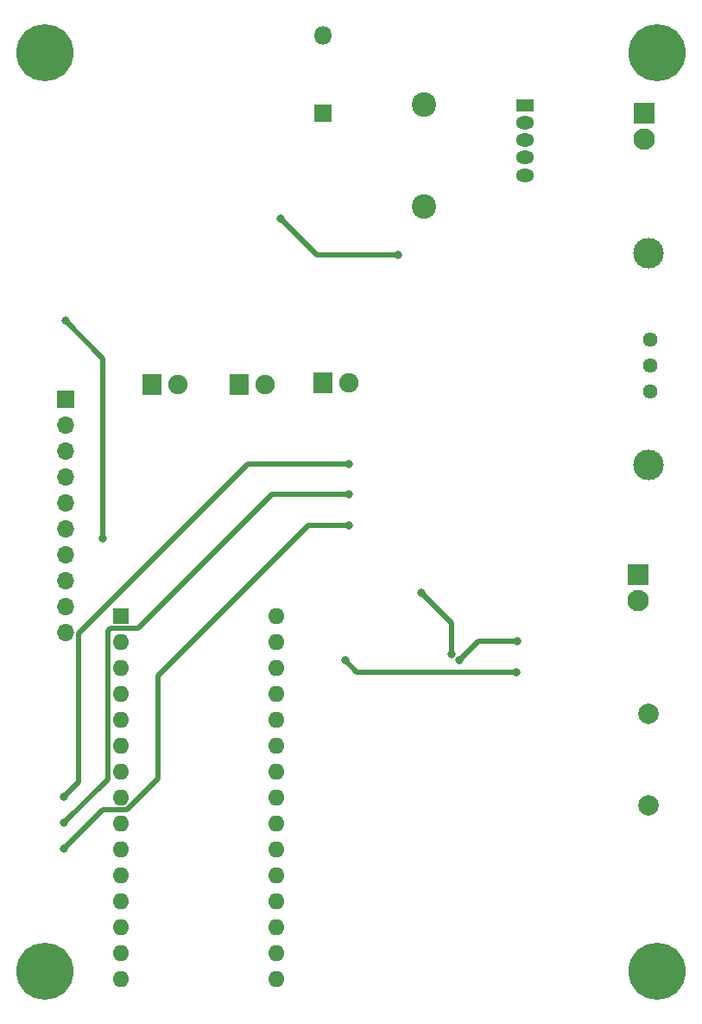
<source format=gbr>
%TF.GenerationSoftware,KiCad,Pcbnew,5.1.10-1.fc34*%
%TF.CreationDate,2021-06-08T11:44:03-04:00*%
%TF.ProjectId,BREAD_Slice,42524541-445f-4536-9c69-63652e6b6963,rev?*%
%TF.SameCoordinates,Original*%
%TF.FileFunction,Copper,L1,Top*%
%TF.FilePolarity,Positive*%
%FSLAX46Y46*%
G04 Gerber Fmt 4.6, Leading zero omitted, Abs format (unit mm)*
G04 Created by KiCad (PCBNEW 5.1.10-1.fc34) date 2021-06-08 11:44:03*
%MOMM*%
%LPD*%
G01*
G04 APERTURE LIST*
%TA.AperFunction,ComponentPad*%
%ADD10O,1.800000X1.275000*%
%TD*%
%TA.AperFunction,ComponentPad*%
%ADD11R,1.800000X1.275000*%
%TD*%
%TA.AperFunction,ComponentPad*%
%ADD12C,3.000000*%
%TD*%
%TA.AperFunction,ComponentPad*%
%ADD13C,2.000000*%
%TD*%
%TA.AperFunction,ComponentPad*%
%ADD14C,1.440000*%
%TD*%
%TA.AperFunction,ComponentPad*%
%ADD15C,2.400000*%
%TD*%
%TA.AperFunction,ComponentPad*%
%ADD16C,2.100000*%
%TD*%
%TA.AperFunction,ComponentPad*%
%ADD17R,2.100000X2.100000*%
%TD*%
%TA.AperFunction,ComponentPad*%
%ADD18O,1.800000X1.800000*%
%TD*%
%TA.AperFunction,ComponentPad*%
%ADD19R,1.800000X1.800000*%
%TD*%
%TA.AperFunction,ComponentPad*%
%ADD20C,1.900000*%
%TD*%
%TA.AperFunction,ComponentPad*%
%ADD21R,1.900000X2.000000*%
%TD*%
%TA.AperFunction,ComponentPad*%
%ADD22C,5.600000*%
%TD*%
%TA.AperFunction,ComponentPad*%
%ADD23R,1.600000X1.600000*%
%TD*%
%TA.AperFunction,ComponentPad*%
%ADD24O,1.600000X1.600000*%
%TD*%
%TA.AperFunction,ComponentPad*%
%ADD25R,1.700000X1.700000*%
%TD*%
%TA.AperFunction,ComponentPad*%
%ADD26O,1.700000X1.700000*%
%TD*%
%TA.AperFunction,ViaPad*%
%ADD27C,0.800000*%
%TD*%
%TA.AperFunction,Conductor*%
%ADD28C,0.500000*%
%TD*%
G04 APERTURE END LIST*
D10*
%TO.P,U1,5*%
%TO.N,GND*%
X174670000Y-56811000D03*
%TO.P,U1,4*%
%TO.N,Net-(R4-Pad1)*%
X174670000Y-55111000D03*
%TO.P,U1,3*%
%TO.N,GND*%
X174670000Y-53411000D03*
%TO.P,U1,2*%
%TO.N,Net-(D4-Pad1)*%
X174670000Y-51711000D03*
D11*
%TO.P,U1,1*%
%TO.N,Net-(C4-Pad1)*%
X174670000Y-50011000D03*
%TD*%
D12*
%TO.P,TP1,1*%
%TO.N,GND*%
X186735000Y-64489000D03*
%TD*%
%TO.P,TP2,1*%
%TO.N,Net-(RV1-Pad2)*%
X186735000Y-85253500D03*
%TD*%
D13*
%TO.P,TH1,2*%
%TO.N,Net-(R6-Pad2)*%
X186735000Y-109591000D03*
%TO.P,TH1,1*%
%TO.N,GND*%
X186735000Y-118591000D03*
%TD*%
D14*
%TO.P,RV1,3*%
%TO.N,GND*%
X186925500Y-72934500D03*
%TO.P,RV1,2*%
%TO.N,Net-(RV1-Pad2)*%
X186925500Y-75474500D03*
%TO.P,RV1,1*%
%TO.N,VCC*%
X186925500Y-78014500D03*
%TD*%
D15*
%TO.P,L1,2*%
%TO.N,Net-(D4-Pad1)*%
X164764000Y-49917000D03*
%TO.P,L1,1*%
%TO.N,VCC*%
X164764000Y-59917000D03*
%TD*%
D16*
%TO.P,J3,2*%
%TO.N,GND*%
X185719000Y-98525000D03*
D17*
%TO.P,J3,1*%
%TO.N,Net-(C6-Pad1)*%
X185719000Y-95985000D03*
%TD*%
D16*
%TO.P,J2,2*%
%TO.N,GND*%
X186354000Y-53313000D03*
D17*
%TO.P,J2,1*%
%TO.N,Net-(C4-Pad1)*%
X186354000Y-50773000D03*
%TD*%
D18*
%TO.P,D4,2*%
%TO.N,GND*%
X154858000Y-43153000D03*
D19*
%TO.P,D4,1*%
%TO.N,Net-(D4-Pad1)*%
X154858000Y-50773000D03*
%TD*%
D20*
%TO.P,D3,2*%
%TO.N,Net-(D3-Pad2)*%
X157398000Y-77189000D03*
D21*
%TO.P,D3,1*%
%TO.N,/PG*%
X154858000Y-77189000D03*
%TD*%
D20*
%TO.P,D2,2*%
%TO.N,Net-(D2-Pad2)*%
X149143000Y-77316000D03*
D21*
%TO.P,D2,1*%
%TO.N,/DONE*%
X146603000Y-77316000D03*
%TD*%
D20*
%TO.P,D1,2*%
%TO.N,Net-(D1-Pad2)*%
X140634000Y-77316000D03*
D21*
%TO.P,D1,1*%
%TO.N,/CHG*%
X138094000Y-77316000D03*
%TD*%
D22*
%TO.P,H4,1*%
%TO.N,N/C*%
X187600000Y-134800000D03*
%TD*%
%TO.P,H3,1*%
%TO.N,N/C*%
X127600000Y-134800000D03*
%TD*%
%TO.P,H2,1*%
%TO.N,N/C*%
X187600000Y-44800000D03*
%TD*%
%TO.P,H1,1*%
%TO.N,N/C*%
X127600000Y-44800000D03*
%TD*%
D23*
%TO.P,A1,1*%
%TO.N,Net-(A1-Pad1)*%
X135000000Y-100000000D03*
D24*
%TO.P,A1,17*%
%TO.N,Net-(A1-Pad17)*%
X150240000Y-133020000D03*
%TO.P,A1,2*%
%TO.N,Net-(A1-Pad2)*%
X135000000Y-102540000D03*
%TO.P,A1,18*%
%TO.N,Net-(A1-Pad18)*%
X150240000Y-130480000D03*
%TO.P,A1,3*%
%TO.N,Net-(A1-Pad3)*%
X135000000Y-105080000D03*
%TO.P,A1,19*%
%TO.N,Net-(A1-Pad19)*%
X150240000Y-127940000D03*
%TO.P,A1,4*%
%TO.N,GND*%
X135000000Y-107620000D03*
%TO.P,A1,20*%
%TO.N,Net-(A1-Pad20)*%
X150240000Y-125400000D03*
%TO.P,A1,5*%
%TO.N,/E_STOP*%
X135000000Y-110160000D03*
%TO.P,A1,21*%
%TO.N,Net-(A1-Pad21)*%
X150240000Y-122860000D03*
%TO.P,A1,6*%
%TO.N,/INT*%
X135000000Y-112700000D03*
%TO.P,A1,22*%
%TO.N,Net-(A1-Pad22)*%
X150240000Y-120320000D03*
%TO.P,A1,7*%
%TO.N,/SYNC*%
X135000000Y-115240000D03*
%TO.P,A1,23*%
%TO.N,/I2C_DAT*%
X150240000Y-117780000D03*
%TO.P,A1,8*%
%TO.N,/CHG*%
X135000000Y-117780000D03*
%TO.P,A1,24*%
%TO.N,/I2C_CLK*%
X150240000Y-115240000D03*
%TO.P,A1,9*%
%TO.N,/DONE*%
X135000000Y-120320000D03*
%TO.P,A1,25*%
%TO.N,Net-(A1-Pad25)*%
X150240000Y-112700000D03*
%TO.P,A1,10*%
%TO.N,/PG*%
X135000000Y-122860000D03*
%TO.P,A1,26*%
%TO.N,Net-(A1-Pad26)*%
X150240000Y-110160000D03*
%TO.P,A1,11*%
%TO.N,Net-(A1-Pad11)*%
X135000000Y-125400000D03*
%TO.P,A1,27*%
%TO.N,+5V*%
X150240000Y-107620000D03*
%TO.P,A1,12*%
%TO.N,Net-(A1-Pad12)*%
X135000000Y-127940000D03*
%TO.P,A1,28*%
%TO.N,Net-(A1-Pad28)*%
X150240000Y-105080000D03*
%TO.P,A1,13*%
%TO.N,Net-(A1-Pad13)*%
X135000000Y-130480000D03*
%TO.P,A1,29*%
%TO.N,GND*%
X150240000Y-102540000D03*
%TO.P,A1,14*%
%TO.N,Net-(A1-Pad14)*%
X135000000Y-133020000D03*
%TO.P,A1,30*%
%TO.N,/PWR*%
X150240000Y-100000000D03*
%TO.P,A1,15*%
%TO.N,Net-(A1-Pad15)*%
X135000000Y-135560000D03*
%TO.P,A1,16*%
%TO.N,Net-(A1-Pad16)*%
X150240000Y-135560000D03*
%TD*%
D25*
%TO.P,J1,1*%
%TO.N,GND*%
X129600000Y-78800000D03*
D26*
%TO.P,J1,2*%
%TO.N,/PWR*%
X129600000Y-81340000D03*
%TO.P,J1,3*%
%TO.N,/I2C_CLK*%
X129600000Y-83880000D03*
%TO.P,J1,4*%
%TO.N,/I2C_DAT*%
X129600000Y-86420000D03*
%TO.P,J1,5*%
%TO.N,GND*%
X129600000Y-88960000D03*
%TO.P,J1,6*%
%TO.N,/E_STOP*%
X129600000Y-91500000D03*
%TO.P,J1,7*%
%TO.N,/INT*%
X129600000Y-94040000D03*
%TO.P,J1,8*%
%TO.N,/SYNC*%
X129600000Y-96580000D03*
%TO.P,J1,9*%
%TO.N,/PWR*%
X129600000Y-99120000D03*
%TO.P,J1,10*%
%TO.N,GND*%
X129600000Y-101660000D03*
%TD*%
D27*
%TO.N,GND*%
X150667000Y-61060000D03*
X162224000Y-64616000D03*
X129585000Y-71093000D03*
X133268000Y-92429000D03*
%TO.N,/CHG*%
X129458000Y-117765500D03*
X157334500Y-85126500D03*
%TO.N,/DONE*%
X129458000Y-120305500D03*
X157334500Y-88111000D03*
%TO.N,/PG*%
X129458000Y-122845500D03*
X157334500Y-91159000D03*
%TO.N,/PWR*%
X157017000Y-104367000D03*
X173781000Y-105510000D03*
%TO.N,VCC*%
X164510000Y-97763000D03*
X167431000Y-103732000D03*
X168193000Y-104367000D03*
X173908000Y-102462000D03*
%TD*%
D28*
%TO.N,GND*%
X154223000Y-64616000D02*
X162224000Y-64616000D01*
X150667000Y-61060000D02*
X154223000Y-64616000D01*
X133268000Y-74776000D02*
X133268000Y-92429000D01*
X129585000Y-71093000D02*
X133268000Y-74776000D01*
%TO.N,/CHG*%
X147463498Y-85126500D02*
X157334500Y-85126500D01*
X130900001Y-101689997D02*
X147463498Y-85126500D01*
X130900001Y-116323499D02*
X130900001Y-101689997D01*
X129458000Y-117765500D02*
X130900001Y-116323499D01*
%TO.N,/DONE*%
X133971999Y-101250001D02*
X136702499Y-101250001D01*
X133749999Y-101472001D02*
X133971999Y-101250001D01*
X133749999Y-116013501D02*
X133749999Y-101472001D01*
X129458000Y-120305500D02*
X133749999Y-116013501D01*
X149841500Y-88111000D02*
X157334500Y-88111000D01*
X136702499Y-101250001D02*
X149841500Y-88111000D01*
%TO.N,/PG*%
X135600001Y-119030001D02*
X138665500Y-115964502D01*
X133273499Y-119030001D02*
X135600001Y-119030001D01*
X129458000Y-122845500D02*
X133273499Y-119030001D01*
X138665500Y-115964502D02*
X138665500Y-105891000D01*
X153397500Y-91159000D02*
X157334500Y-91159000D01*
X138665500Y-105891000D02*
X153397500Y-91159000D01*
%TO.N,/PWR*%
X158160000Y-105510000D02*
X173781000Y-105510000D01*
X157017000Y-104367000D02*
X158160000Y-105510000D01*
%TO.N,VCC*%
X167431000Y-100684000D02*
X167431000Y-103732000D01*
X164510000Y-97763000D02*
X167431000Y-100684000D01*
X170098000Y-102462000D02*
X173908000Y-102462000D01*
X168193000Y-104367000D02*
X170098000Y-102462000D01*
%TD*%
M02*

</source>
